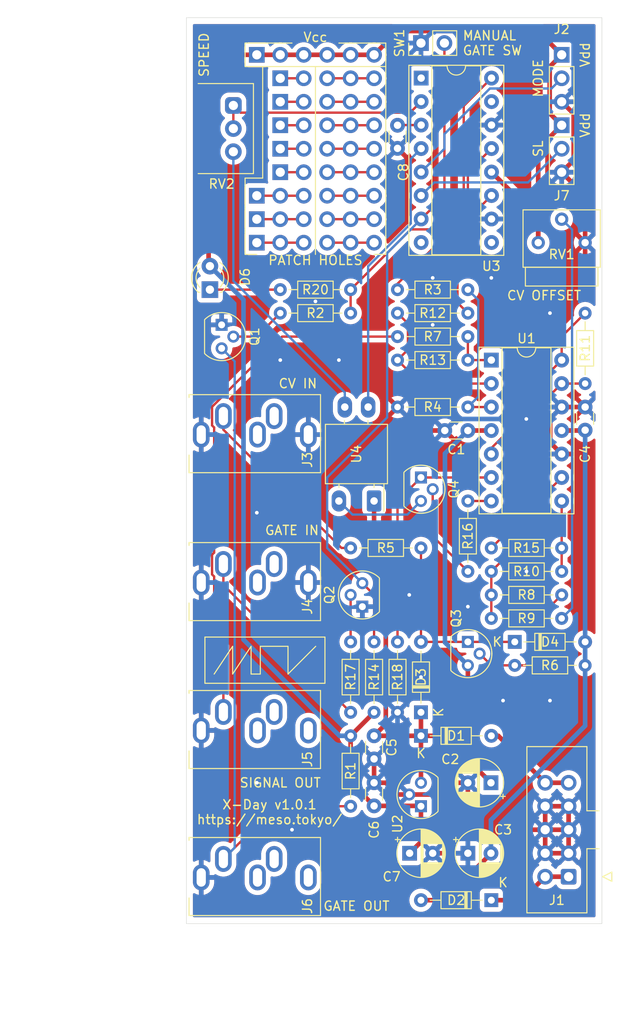
<source format=kicad_pcb>
(kicad_pcb (version 20211014) (generator pcbnew)
  (layers (0 "F.Cu" signal) (31 "B.Cu" signal) (34 "B.Paste" user) (35 "F.Paste" user) (36 "B.SilkS" user "B.Silkscreen") (37 "F.SilkS" user "F.Silkscreen") (38 "B.Mask" user) (39 "F.Mask" user) (44 "Edge.Cuts" user))
  (net 0 "")
  (net 1 "GND")
  (net 2 "+12V")
  (net 3 "-12V")
  (net 4 "+5V")
  (net 5 "Net-(C8-Pad1)")
  (net 6 "+12V_IN")
  (net 7 "-12V_IN")
  (net 8 "Net-(D3-Pad2)")
  (net 9 "Net-(D6-Pad1)")
  (net 10 "SL")
  (net 11 "MODE")
  (net 12 "CV_IN")
  (net 13 "SIGNAL_OUT")
  (net 14 "GATE_IN")
  (net 15 "GATE_OUT")
  (net 16 "Net-(Q1-Pad2)")
  (net 17 "TRIG")
  (net 18 "Net-(Q2-Pad2)")
  (net 19 "LED")
  (net 20 "OUT1")
  (net 21 "Net-(R3-Pad1)")
  (net 22 "CV")
  (net 23 "Net-(R13-Pad1)")
  (net 24 "OSC1")
  (net 25 "Net-(R9-Pad2)")
  (net 26 "Net-(R10-Pad2)")
  (net 27 "Net-(R10-Pad1)")
  (net 28 "Net-(R11-Pad2)")
  (net 29 "Net-(R11-Pad1)")
  (net 30 "OUT2")
  (net 31 "Net-(R12-Pad1)")
  (net 32 "OSC2")
  (net 33 "Net-(Q4-Pad1)")
  (net 34 "Net-(Q4-Pad3)")
  (net 35 "Net-(Q4-Pad2)")
  (net 36 "Net-(R16-Pad2)")
  (net 46 "Net-(J8-Pad4)")
  (net 52 "Net-(J8-Pad1)")
  (net 53 "Net-(J9-Pad1)")
  (net 54 "Net-(J10-Pad1)")
  (net 55 "Net-(J11-Pad1)")
  (net 56 "Net-(J13-Pad1)")
  (net 57 "Net-(J14-Pad1)")
  (net 58 "Net-(J15-Pad1)")
  (net 59 "Net-(J9-Pad4)")
  (net 60 "Net-(J11-Pad4)")
  (net 61 "Net-(J14-Pad4)")
  (net 62 "Net-(J15-Pad4)")
  (net 63 "Net-(RV2-Pad3)")
  (net 64 "Net-(J12-Pad5)")
  (net 65 "Net-(J10-Pad3)")
  (net 66 "Net-(J12-Pad1)")
  (net 67 "Net-(J13-Pad3)")
  (footprint "Capacitor_THT:C_Disc_D3.0mm_W1.6mm_P2.50mm" (layer "F.Cu") (at 157.48 73.66 180)
    (fp_text reference "C1")
    (fp_text value "0.1u")
  )
  (footprint "Capacitor_THT:CP_Radial_D5.0mm_P2.50mm" (layer "F.Cu") (at 157.48 119.38)
    (fp_text reference "C3")
    (fp_text value "10u")
  )
  (footprint "Capacitor_THT:C_Disc_D3.0mm_W1.6mm_P2.50mm" (layer "F.Cu") (at 170.18 73.62 90)
    (fp_text reference "C4")
    (fp_text value "0.1u")
  )
  (footprint "Capacitor_THT:C_Disc_D3.0mm_W1.6mm_P2.50mm" (layer "F.Cu") (at 147.32 109.18 90)
    (fp_text reference "C5")
    (fp_text value "0.33u")
  )
  (footprint "Capacitor_THT:CP_Radial_D5.0mm_P2.50mm" (layer "F.Cu") (at 151.17 119.38)
    (fp_text reference "C7")
    (fp_text value "10u")
  )
  (footprint "Capacitor_THT:C_Disc_D3.0mm_W1.6mm_P2.50mm" (layer "F.Cu") (at 149.86 40.64 -90)
    (fp_text reference "C8")
    (fp_text value "2.2u")
  )
  (footprint "Diode_THT:D_DO-34_SOD68_P7.62mm_Horizontal" (layer "F.Cu") (at 152.4 106.68)
    (fp_text reference "D1")
    (fp_text value "D_Schottky")
  )
  (footprint "Diode_THT:D_DO-34_SOD68_P7.62mm_Horizontal" (layer "F.Cu") (at 160.02 124.46 180)
    (fp_text reference "D2")
    (fp_text value "D_Schottky")
  )
  (footprint "Diode_THT:D_DO-34_SOD68_P7.62mm_Horizontal" (layer "F.Cu") (at 152.4 104.14 90)
    (fp_text reference "D3")
    (fp_text value "D_Schottky")
  )
  (footprint "LED_THT:LED_D3.0mm" (layer "F.Cu") (at 129.54 58.42 90)
    (fp_text reference "D6")
    (fp_text value "LED")
  )
  (footprint "Connector_IDC:IDC-Header_2x05_P2.54mm_Vertical" (layer "F.Cu") (at 168.3925 121.92 180)
    (fp_text reference "J1")
    (fp_text value "Conn_02x05_Odd_Even")
  )
  (footprint "Package_TO_SOT_THT:TO-92" (layer "F.Cu") (at 146.05 92.71 90)
    (fp_text reference "Q2")
    (fp_text value "2N7000")
  )
  (footprint "Resistor_THT:R_Axial_DIN0204_L3.6mm_D1.6mm_P7.62mm_Horizontal" (layer "F.Cu") (at 144.78 114.3 90)
    (fp_text reference "R1")
    (fp_text value "1k")
  )
  (footprint "Resistor_THT:R_Axial_DIN0204_L3.6mm_D1.6mm_P7.62mm_Horizontal" (layer "F.Cu") (at 137.16 60.96)
    (fp_text reference "R2")
    (fp_text value "1k")
  )
  (footprint "Resistor_THT:R_Axial_DIN0204_L3.6mm_D1.6mm_P7.62mm_Horizontal" (layer "F.Cu") (at 157.48 58.42 180)
    (fp_text reference "R3")
    (fp_text value "1k")
  )
  (footprint "Resistor_THT:R_Axial_DIN0204_L3.6mm_D1.6mm_P7.62mm_Horizontal" (layer "F.Cu") (at 149.86 71.12)
    (fp_text reference "R4")
    (fp_text value "2k")
  )
  (footprint "Resistor_THT:R_Axial_DIN0204_L3.6mm_D1.6mm_P7.62mm_Horizontal" (layer "F.Cu") (at 152.4 86.36 180)
    (fp_text reference "R5")
    (fp_text value "1k")
  )
  (footprint "Resistor_THT:R_Axial_DIN0204_L3.6mm_D1.6mm_P7.62mm_Horizontal" (layer "F.Cu") (at 167.64 88.9 180)
    (fp_text reference "R10")
    (fp_text value "10k")
  )
  (footprint "Resistor_THT:R_Axial_DIN0204_L3.6mm_D1.6mm_P7.62mm_Horizontal" (layer "F.Cu") (at 170.18 60.96 -90)
    (fp_text reference "R11")
    (fp_text value "1k")
  )
  (footprint "Resistor_THT:R_Axial_DIN0204_L3.6mm_D1.6mm_P7.62mm_Horizontal" (layer "F.Cu") (at 157.48 66.04 180)
    (fp_text reference "R13")
    (fp_text value "2k")
  )
  (footprint "Resistor_THT:R_Axial_DIN0204_L3.6mm_D1.6mm_P7.62mm_Horizontal" (layer "F.Cu") (at 147.32 96.52 -90)
    (fp_text reference "R14")
    (fp_text value "100k")
  )
  (footprint "Resistor_THT:R_Axial_DIN0204_L3.6mm_D1.6mm_P7.62mm_Horizontal" (layer "F.Cu") (at 137.16 58.42)
    (fp_text reference "R20")
    (fp_text value "4.7k")
  )
  (footprint "Connector_PinHeader_2.54mm:PinHeader_1x02_P2.54mm_Vertical" (layer "F.Cu") (at 152.4 31.75 90)
    (fp_text reference "SW1")
    (fp_text value "SW_Push")
  )
  (footprint "Package_DIP:DIP-16_W7.62mm_Socket" (layer "F.Cu") (at 152.42 35.54)
    (fp_text reference "U3")
    (fp_text value "HK326")
  )
  (footprint "OptoDevice:Luna_NSL-32" (layer "F.Cu") (at 147.32 81.28 90)
    (fp_text reference "U4")
    (fp_text value "NSL-32")
  )
  (footprint "Capacitor_THT:CP_Radial_D5.0mm_P2.50mm" (layer "F.Cu") (at 159.98 111.76 180)
    (fp_text reference "C2")
    (fp_text value "10u")
  )
  (footprint "Capacitor_THT:C_Disc_D3.0mm_W1.6mm_P2.50mm" (layer "F.Cu") (at 147.32 111.76 -90)
    (fp_text reference "C6")
    (fp_text value "0.1u")
  )
  (footprint "Package_TO_SOT_THT:TO-92" (layer "F.Cu") (at 152.4 114.3 90)
    (fp_text reference "U2")
    (fp_text value "L78L05_TO92")
  )
  (footprint "Potentiometer_THT:Potentiometer_Bourns_3339S_Horizontal" (layer "F.Cu") (at 170.18 53.34 -90)
    (fp_text reference "RV1")
    (fp_text value "10k")
  )
  (footprint "Package_TO_SOT_THT:TO-92" (layer "F.Cu") (at 130.81 62.23 -90)
    (fp_text reference "Q1")
    (fp_text value "2N7000")
  )
  (footprint "Resistor_THT:R_Axial_DIN0204_L3.6mm_D1.6mm_P7.62mm_Horizontal" (layer "F.Cu") (at 144.78 96.52 -90)
    (fp_text reference "R17")
    (fp_text value "1k")
  )
  (footprint "Resistor_THT:R_Axial_DIN0204_L3.6mm_D1.6mm_P7.62mm_Horizontal" (layer "F.Cu") (at 149.86 60.96)
    (fp_text reference "R12")
    (fp_text value "1k")
  )
  (footprint "Resistor_THT:R_Axial_DIN0204_L3.6mm_D1.6mm_P7.62mm_Horizontal" (layer "F.Cu") (at 149.86 63.5)
    (fp_text reference "R7")
    (fp_text value "1k")
  )
  (footprint "Connector_PinSocket_2.54mm:PinSocket_1x03_P2.54mm_Vertical" (layer "F.Cu") (at 167.64 33.02)
    (fp_text reference "J2")
    (fp_text value "Conn_01x03")
  )
  (footprint "Connector_PinSocket_2.54mm:PinSocket_1x03_P2.54mm_Vertical" (layer "F.Cu") (at 167.64 40.64)
    (fp_text reference "J7")
    (fp_text value "Conn_01x03")
  )
  (footprint "Resistor_THT:R_Axial_DIN0204_L3.6mm_D1.6mm_P7.62mm_Horizontal" (layer "F.Cu") (at 160.02 91.44)
    (fp_text reference "R8")
    (fp_text value "33k")
  )
  (footprint "Resistor_THT:R_Axial_DIN0204_L3.6mm_D1.6mm_P7.62mm_Horizontal" (layer "F.Cu") (at 157.48 88.9 90)
    (fp_text reference "R16")
    (fp_text value "1k")
  )
  (footprint "Resistor_THT:R_Axial_DIN0204_L3.6mm_D1.6mm_P7.62mm_Horizontal" (layer "F.Cu") (at 149.86 104.14 90)
    (fp_text reference "R18")
    (fp_text value "100k")
  )
  (footprint "Potentiometer_THT:Potentiometer_Alps_RK097_Single_Horizontal" (layer "F.Cu") (at 132.08 38.5)
    (fp_text reference "RV2")
    (fp_text value "100k")
  )
  (footprint "Resistor_THT:R_Axial_DIN0204_L3.6mm_D1.6mm_P7.62mm_Horizontal" (layer "F.Cu") (at 160.02 86.36)
    (fp_text reference "R15")
    (fp_text value "1k")
  )
  (footprint "Package_TO_SOT_THT:TO-92" (layer "F.Cu") (at 157.48 96.52 -90)
    (fp_text reference "Q3")
    (fp_text value "Q_NJFET_GSD")
  )
  (footprint "Diode_THT:D_DO-34_SOD68_P7.62mm_Horizontal" (layer "F.Cu") (at 162.56 96.52)
    (fp_text reference "D4")
    (fp_text value "D_Schottky")
  )
  (footprint "Resistor_THT:R_Axial_DIN0204_L3.6mm_D1.6mm_P7.62mm_Horizontal" (layer "F.Cu") (at 170.18 99.06 180)
    (fp_text reference "R6")
    (fp_text value "10k")
  )
  (footprint "Package_TO_SOT_THT:TO-92" (layer "F.Cu") (at 152.4 78.74 -90)
    (fp_text reference "Q4")
    (fp_text value "2N3904")
  )
  (footprint "Resistor_THT:R_Axial_DIN0204_L3.6mm_D1.6mm_P7.62mm_Horizontal" (layer "F.Cu") (at 160.02 93.98)
    (fp_text reference "R9")
    (fp_text value "10k")
  )
  (footprint "Package_DIP:DIP-14_W7.62mm_Socket" (layer "F.Cu") (at 160.02 66.04)
    (fp_text reference "U1")
    (fp_text value "TL074")
  )
  (footprint "Connector_PinHeader_2.54mm:PinHeader_1x06_P2.54mm_Vertical" (layer "F.Cu") (at 134.62 48.26 90)
    (fp_text reference "J15" hide)
    (fp_text value "Conn_01x06")
  )
  (footprint "Connector_PinHeader_2.54mm:PinHeader_1x06_P2.54mm_Vertical" (layer "F.Cu") (at 134.62 33.02 90)
    (fp_text reference "J16" hide)
    (fp_text value "Conn_01x06")
  )
  (footprint "Connector_PinHeader_2.54mm:PinHeader_1x05_P2.54mm_Vertical" (layer "F.Cu") (at 137.16 43.18 90)
    (fp_text reference "J12" hide)
    (fp_text value "Conn_01x05")
  )
  (footprint "Connector_PinHeader_2.54mm:PinHeader_1x05_P2.54mm_Vertical" (layer "F.Cu") (at 137.16 38.1 90)
    (fp_text reference "J9" hide)
    (fp_text value "Conn_01x05")
  )
  (footprint "Connector_PinHeader_2.54mm:PinHeader_1x06_P2.54mm_Vertical" (layer "F.Cu") (at 134.62 53.34 90)
    (fp_text reference "J8" hide)
    (fp_text value "Conn_01x06")
  )
  (footprint "Connector_Audio:Jack_3.5mm_CUI_SJ1-3535NG_Horizontal" (layer "F.Cu") (at 128.6 90.1 90)
    (fp_text reference "J4")
    (fp_text value "GATE_IN")
  )
  (footprint "Connector_PinHeader_2.54mm:PinHeader_1x06_P2.54mm_Vertical" (layer "F.Cu") (at 134.62 50.8 90)
    (fp_text reference "J14" hide)
    (fp_text value "Conn_01x06")
  )
  (footprint "Connector_Audio:Jack_3.5mm_CUI_SJ1-3535NG_Horizontal" (layer "F.Cu") (at 128.6 106.1 90)
    (fp_text reference "J5")
    (fp_text value "SIG_OUT")
  )
  (footprint "Connector_Audio:Jack_3.5mm_CUI_SJ1-3535NG_Horizontal" (layer "F.Cu") (at 128.6 122 90)
    (fp_text reference "J6")
    (fp_text value "GATE_OUT")
  )
  (footprint "Connector_Audio:Jack_3.5mm_CUI_SJ1-3535NG_Horizontal" (layer "F.Cu") (at 128.6 74.1 90)
    (fp_text reference "J3")
    (fp_text value "CV_IN")
  )
  (footprint "Connector_PinHeader_2.54mm:PinHeader_1x05_P2.54mm_Vertical" (layer "F.Cu") (at 137.16 45.72 90)
    (fp_text reference "J11" hide)
    (fp_text value "Conn_01x05")
  )
  (footprint "Connector_PinHeader_2.54mm:PinHeader_1x05_P2.54mm_Vertical" (layer "F.Cu") (at 137.16 35.56 90)
    (fp_text reference "J10" hide)
    (fp_text value "Conn_01x05")
  )
  (footprint "Connector_PinHeader_2.54mm:PinHeader_1x05_P2.54mm_Vertical" (layer "F.Cu") (at 137.16 40.64 90)
    (fp_text reference "J13" hide)
    (fp_text value "Conn_01x05")
  )
  (gr_line (start 133.35 54.61) (end 133.35 46.355) (layer "F.SilkS") (width 0.12))
  (gr_line (start 135 97) (end 138 97) (layer "F.SilkS") (width 0.12))
  (gr_line (start 148.59 34.29) (end 148.59 54.61) (layer "F.SilkS") (width 0.12))
  (gr_line (start 148.59 54.61) (end 147.32 54.61) (layer "F.SilkS") (width 0.12))
  (gr_line (start 138 100) (end 141 97) (layer "F.SilkS") (width 0.12))
  (gr_line (start 140.97 34.29) (end 140.97 54.61) (layer "F.SilkS") (width 0.12))
  (gr_line (start 132 100) (end 134 97) (layer "F.SilkS") (width 0.12))
  (gr_line (start 142 101) (end 142 96) (layer "F.SilkS") (width 0.12))
  (gr_line (start 134 97) (end 134 100) (layer "F.SilkS") (width 0.12))
  (gr_line (start 135 100) (end 135 97) (layer "F.SilkS") (width 0.12))
  (gr_line (start 148.59 31.75) (end 143.51 31.75) (layer "F.SilkS") (width 0.12))
  (gr_line (start 130 100) (end 132 97) (layer "F.SilkS") (width 0.12))
  (gr_line (start 135.255 35.56) (end 135.255 34.29) (layer "F.SilkS") (width 0.12))
  (gr_line (start 129 96) (end 129 101) (layer "F.SilkS") (width 0.12))
  (gr_line (start 129 101) (end 142 101) (layer "F.SilkS") (width 0.12))
  (gr_line (start 132 97) (end 132 100) (layer "F.SilkS") (width 0.12))
  (gr_line (start 142 96) (end 129 96) (layer "F.SilkS") (width 0.12))
  (gr_line (start 133.35 46.355) (end 135.255 46.355) (layer "F.SilkS") (width 0.12))
  (gr_line (start 133.35 31.75) (end 138.43 31.75) (layer "F.SilkS") (width 0.12))
  (gr_line (start 133.35 34.29) (end 133.35 31.75) (layer "F.SilkS") (width 0.12))
  (gr_line (start 134 100) (end 135 100) (layer "F.SilkS") (width 0.12))
  (gr_line (start 134.62 54.61) (end 133.35 54.61) (layer "F.SilkS") (width 0.12))
  (gr_line (start 148.59 34.29) (end 148.59 31.75) (layer "F.SilkS") (width 0.12))
  (gr_line (start 135.255 46.355) (end 135.255 35.56) (layer "F.SilkS") (width 0.12))
  (gr_line (start 138 97) (end 138 100) (layer "F.SilkS") (width 0.12))
  (gr_line (start 148.59 34.29) (end 133.35 34.29) (layer "F.SilkS") (width 0.12))
  (gr_rect (start 127 127) (end 172 29) (layer "Edge.Cuts") (width 0.05) (fill none))
  (gr_text "Vdd" (at 170.18 40.64 90) (layer "F.SilkS") (effects (font (size 1 1))))
  (gr_text "Vdd" (at 170.18 33.02 90) (layer "F.SilkS") (effects (font (size 1 1))))
  (gr_text "MANUAL\nGATE SW" (at 156.845 31.75) (layer "F.SilkS") (effects (font (size 1 1)) (justify left)))
  (gr_text "SIGNAL OUT" (at 137.16 111.76) (layer "F.SilkS") (effects (font (size 1 1))))
  (gr_text "GATE IN" (at 138.43 84.455) (layer "F.SilkS") (effects (font (size 1 1))))
  (gr_text "MODE" (at 165.1 35.56 90) (layer "F.SilkS") (effects (font (size 1 1))))
  (gr_text "SPEED" (at 128.905 33.02 90) (layer "F.SilkS") (effects (font (size 1 1))))
  (gr_text "Vcc" (at 140.97 31.115) (layer "F.SilkS") (effects (font (size 1 1))))
  (gr_text "PATCH HOLES" (at 140.97 55.245) (layer "F.SilkS") (effects (font (size 1 1))))
  (gr_text "GATE OUT" (at 145.415 125.095) (layer "F.SilkS") (effects (font (size 1 1))))
  (gr_text "X-Day v1.0.1\nhttps://meso.tokyo/" (at 136 114.935) (layer "F.SilkS") (effects (font (size 1 1))))
  (gr_text "CV IN" (at 139.065 68.58) (layer "F.SilkS") (effects (font (size 1 1))))
  (gr_text "SL" (at 165.1 43.18 90) (layer "F.SilkS") (effects (font (size 1 1))))
  (gr_text "CV OFFSET" (at 165.735 59.055) (layer "F.SilkS") (effects (font (size 1 1))))
  (segment (start 157.48 116.84) (end 157.48 119.38) (width 0.5) (layer "F.Cu") (net 1))
  (segment (start 166.390489 74.950489) (end 166.390489 72.369511) (width 0.5) (layer "F.Cu") (net 1))
  (segment (start 166.37 60.96) (end 170.18 57.15) (width 0.5) (layer "F.Cu") (net 1))
  (segment (start 154.98 73.66) (end 152.4 73.66) (width 0.5) (layer "F.Cu") (net 1))
  (segment (start 148.59 111.76) (end 147.32 111.76) (width 0.5) (layer "F.Cu") (net 1))
  (segment (start 149.86 71.12) (end 146.88 74.1) (width 0.5) (layer "F.Cu") (net 1))
  (segment (start 168.3925 114.3) (end 165.8525 114.3) (width 0.5) (layer "F.Cu") (net 1))
  (segment (start 146.88 74.1) (end 139.8 74.1) (width 0.5) (layer "F.Cu") (net 1))
  (segment (start 153.67 119.38) (end 157.48 119.38) (width 0.5) (layer "F.Cu") (net 1))
  (segment (start 165.8525 116.84) (end 157.48 116.84) (width 0.5) (layer "F.Cu") (net 1))
  (segment (start 170.18 71.12) (end 167.64 71.12) (width 0.5) (layer "F.Cu") (net 1))
  (segment (start 165.8525 119.38) (end 165.8525 114.3) (width 0.5) (layer "F.Cu") (net 1))
  (segment (start 157.48 111.76) (end 157.48 116.84) (width 0.5) (layer "F.Cu") (net 1))
  (segment (start 166.390489 72.369511) (end 167.64 71.12) (width 0.5) (layer "F.Cu") (net 1))
  (segment (start 152.4 73.66) (end 149.86 71.12) (width 0.5) (layer "F.Cu") (net 1))
  (segment (start 149.86 113.03) (end 148.59 111.76) (width 0.5) (layer "F.Cu") (net 1))
  (segment (start 153.67 113.03) (end 154.94 111.76) (width 0.5) (layer "F.Cu") (net 1))
  (segment (start 167.64 38.1) (end 168.94 39.4) (width 0.5) (layer "F.Cu") (net 1))
  (segment (start 168.3925 114.3) (end 168.3925 119.38) (width 0.5) (layer "F.Cu") (net 1))
  (segment (start 167.64 76.2) (end 166.390489 74.950489) (width 0.5) (layer "F.Cu") (net 1))
  (segment (start 170.18 57.15) (end 170.18 53.34) (width 0.5) (layer "F.Cu") (net 1))
  (segment (start 170.18 48.26) (end 167.64 45.72) (width 0.5) (layer "F.Cu") (net 1))
  (segment (start 170.18 53.34) (end 170.18 48.26) (width 0.5) (layer "F.Cu") (net 1))
  (segment (start 165.8525 116.84) (end 168.3925 116.84) (width 0.5) (layer "F.Cu") (net 1))
  (segment (start 168.3925 119.38) (end 165.8525 119.38) (width 0.5) (layer "F.Cu") (net 1))
  (segment (start 154.94 111.76) (end 157.48 111.76) (width 0.5) (layer "F.Cu") (net 1))
  (segment (start 151.13 113.03) (end 149.86 113.03) (width 0.5) (layer "F.Cu") (net 1))
  (segment (start 147.32 109.18) (end 147.32 111.76) (width 0.5) (layer "F.Cu") (net 1))
  (segment (start 168.94 44.42) (end 167.64 45.72) (width 0.5) (layer "F.Cu") (net 1))
  (segment (start 151.13 113.03) (end 153.67 113.03) (width 0.5) (layer "F.Cu") (net 1))
  (segment (start 168.94 39.4) (end 168.94 44.42) (width 0.5) (layer "F.Cu") (net 1))
  (via (at 151.13 91.44) (size 0.8) (drill 0.4) (layers "F.Cu" "B.Cu") (net 1))
  (via (at 160.02 57.15) (size 0.8) (drill 0.4) (layers "F.Cu" "B.Cu") (net 1))
  (via (at 143.51 66.04) (size 0.8) (drill 0.4) (layers "F.Cu" "B.Cu") (net 1))
  (via (at 137.16 66.04) (size 0.8) (drill 0.4) (layers "F.Cu" "B.Cu") (net 1))
  (via (at 166.37 102.87) (size 0.8) (drill 0.4) (layers "F.Cu" "B.Cu") (net 1))
  (via (at 153.67 57.15) (size 0.8) (drill 0.4) (layers "F.Cu" "B.Cu") (net 1))
  (via (at 152.4 100.33) (size 0.8) (drill 0.4) (layers "F.Cu" "B.Cu") (net 1))
  (via (at 134.62 111.76) (size 0.8) (drill 0.4) (layers "F.Cu" "B.Cu") (net 1))
  (via (at 163.809511 72.410489) (size 0.8) (drill 0.4) (layers "F.Cu" "B.Cu") (net 1))
  (via (at 140.97 59.69) (size 0.8) (drill 0.4) (layers "F.Cu" "B.Cu") (net 1))
  (via (at 138.43 116.84) (size 0.8) (drill 0.4) (layers "F.Cu" "B.Cu") (net 1))
  (via (at 134.62 82.55) (size 0.8) (drill 0.4) (layers "F.Cu" "B.Cu") (net 1))
  (via (at 153.67 62.23) (size 0.8) (drill 0.4) (layers "F.Cu" "B.Cu") (net 1))
  (via (at 157.48 92.71) (size 0.8) (drill 0.4) (layers "F.Cu" "B.Cu") (net 1))
  (via (at 166.37 60.96) (size 0.8) (drill 0.4) (layers "F.Cu" "B.Cu") (net 1))
  (via (at 163.83 88.9) (size 0.8) (drill 0.4) (layers "F.Cu" "B.Cu") (net 1))
  (via (at 161.29 102.87) (size 0.8) (drill 0.4) (layers "F.Cu" "B.Cu") (net 1))
  (segment (start 151.11 41.89) (end 149.86 43.14) (width 0.5) (layer "B.Cu") (net 1))
  (segment (start 151.11 33.04) (end 151.11 41.89) (width 0.5) (layer "B.Cu") (net 1))
  (segment (start 167.64 38.1) (end 162.56 38.1) (width 0.5) (layer "B.Cu") (net 1))
  (segment (start 146.05 100.33) (end 146.05 92.71) (width 0.5) (layer "B.Cu") (net 1))
  (segment (start 167.64 71.12) (end 166.37 69.85) (width 0.5) (layer "B.Cu") (net 1))
  (segment (start 162.56 38.1) (end 160.04 40.62) (width 0.5) (layer "B.Cu") (net 1))
  (segment (start 149.86 106.64) (end 147.32 109.18) (width 0.5) (layer "B.Cu") (net 1))
  (segment (start 149.86 104.14) (end 149.86 106.64) (width 0.5) (layer "B.Cu") (net 1))
  (segment (start 160.04 50.78) (end 162.58 50.78) (width 0.5) (layer "B.Cu") (net 1))
  (segment (start 156.229511 72.410489) (end 154.98 73.66) (width 0.5) (layer "B.Cu") (net 1))
  (segment (start 152.4 31.75) (end 151.11 33.04) (width 0.5) (layer "B.Cu") (net 1))
  (segment (start 149.86 104.14) (end 146.05 100.33) (width 0.5) (layer "B.Cu") (net 1))
  (segment (start 153.7 30.45) (end 152.4 31.75) (width 0.5) (layer "B.Cu") (net 1))
  (segment (start 167.67 30.45) (end 153.7 30.45) (width 0.5) (layer "B.Cu") (net 1))
  (segment (start 167.64 38.1) (end 168.94 36.8) (width 0.5) (layer "B.Cu") (net 1))
  (segment (start 167.64 71.12) (end 166.349511 72.410489) (width 0.5) (layer "B.Cu") (net 1))
  (segment (start 166.349511 72.410489) (end 163.809511 72.410489) (width 0.5) (layer "B.Cu") (net 1))
  (segment (start 168.94 36.8) (end 168.94 31.72) (width 0.5) (layer "B.Cu") (net 1))
  (segment (start 168.94 31.72) (end 167.67 30.45) (width 0.5) (layer "B.Cu") (net 1))
  (segment (start 162.58 50.78) (end 167.64 45.72) (width 0.5) (layer "B.Cu") (net 1))
  (segment (start 163.809511 72.410489) (end 156.229511 72.410489) (width 0.5) (layer "B.Cu") (net 1))
  (segment (start 166.37 69.85) (end 166.37 60.96) (width 0.5) (layer "B.Cu") (net 1))
  (segment (start 152.4 104.14) (end 152.4 106.68) (width 0.5) (layer "F.Cu") (net 2))
  (segment (start 152.4 106.68) (end 154.9 106.68) (width 0.5) (layer "F.Cu") (net 2))
  (segment (start 147.32 83.82) (end 148.59 85.09) (width 0.5) (layer "F.Cu") (net 2))
  (segment (start 152.4 106.68) (end 147.32 106.68) (width 0.5) (layer "F.Cu") (net 2))
  (segment (start 160.02 73.66) (end 157.48 73.66) (width 0.5) (layer "F.Cu") (net 2))
  (segment (start 152.4 106.68) (end 152.4 111.76) (width 0.5) (layer "F.Cu") (net 2))
  (segment (start 157.48 104.1) (end 154.9 106.68) (width 0.5) (layer "F.Cu") (net 2))
  (segment (start 147.32 81.28) (end 147.32 83.82) (width 0.5) (layer "F.Cu") (net 2))
  (segment (start 148.59 105.41) (end 147.32 106.68) (width 0.5) (layer "F.Cu") (net 2))
  (segment (start 157.48 99.06) (end 157.48 104.1) (width 0.5) (layer "F.Cu") (net 2))
  (segment (start 154.9 106.68) (end 159.98 111.76) (width 0.5) (layer "F.Cu") (net 2))
  (segment (start 148.59 85.09) (end 148.59 105.41) (width 0.5) (layer "F.Cu") (net 2))
  (segment (start 155 76.14) (end 157.48 73.66) (width 0.5) (layer "B.Cu") (net 2))
  (segment (start 157.48 99.06) (end 155 96.58) (width 0.5) (layer "B.Cu") (net 2))
  (segment (start 155 86.3) (end 155 76.14) (width 0.5) (layer "B.Cu") (net 2))
  (segment (start 155 96.58) (end 155 86.3) (width 0.5) (layer "B.Cu") (net 2))
  (segment (start 152.4 124.46) (end 154.94 124.46) (width 0.5) (layer "F.Cu") (net 3))
  (segment (start 160.02 119.38) (end 159.98 119.38) (width 0.5) (layer "F.Cu") (net 3))
  (segment (start 167.64 73.66) (end 170.18 73.66) (width 0.5) (layer "F.Cu") (net 3))
  (segment (start 154.94 124.46) (end 160.02 119.38) (width 0.5) (layer "F.Cu") (net 3))
  (segment (start 159.98 115.794713) (end 170.18 105.594713) (width 0.5) (layer "B.Cu") (net 3))
  (segment (start 159.98 119.38) (end 159.98 115.794713) (width 0.5) (layer "B.Cu") (net 3))
  (segment (start 170.18 73.7) (end 170.18 99.06) (width 0.5) (layer "B.Cu") (net 3))
  (segment (start 170.18 105.594713) (end 170.18 99.06) (width 0.5) (layer "B.Cu") (net 3))
  (segment (start 165.1 50.76) (end 165.1 53.34) (width 0.5) (layer "F.Cu") (net 4))
  (segment (start 167.64 33.02) (end 165.07 30.45) (width 0.5) (layer "F.Cu") (net 4))
  (segment (start 147.32 114.26) (end 152.36 114.26) (width 0.5) (layer "F.Cu") (net 4))
  (segment (start 167.64 40.64) (end 165.1 43.18) (width 0.5) (layer "F.Cu") (net 4))
  (segment (start 152.4 118.15) (end 151.17 119.38) (width 0.5) (layer "F.Cu") (net 4))
  (segment (start 165.07 30.45) (end 149.89 30.45) (width 0.5) (layer "F.Cu") (net 4))
  (segment (start 144.78 111.72) (end 147.32 114.26) (width 0.5) (layer "F.Cu") (net 4))
  (segment (start 166.340489 39.340489) (end 167.64 40.64) (width 0.5) (layer "F.Cu") (net 4))
  (segment (start 164.485 50.145) (end 165.1 50.76) (width 0.5) (layer "F.Cu") (net 4))
  (segment (start 165.1 49.53) (end 165.1 53.34) (width 0.5) (layer "F.Cu") (net 4))
  (segment (start 160.04 45.7) (end 164.485 50.145) (width 0.5) (layer "F.Cu") (net 4))
  (segment (start 165.1 49.53) (end 164.485 50.145) (width 0.5) (layer "F.Cu") (net 4))
  (segment (start 129.54 55.88) (end 129.400489 55.740489) (width 0.5) (layer "F.Cu") (net 4))
  (segment (start 167.64 33.02) (end 166.340489 34.319511) (width 0.5) (layer "F.Cu") (net 4))
  (segment (start 152.4 114.3) (end 152.4 118.15) (width 0.5) (layer "F.Cu") (net 4))
  (segment (start 147.32 104.14) (end 144.78 106.68) (width 0.5) (layer "F.Cu") (net 4))
  (segment (start 166.340489 34.319511) (end 166.340489 39.340489) (width 0.5) (layer "F.Cu") (net 4))
  (segment (start 132.08 33.02) (end 147.32 33.02) (width 0.5) (layer "F.Cu") (net 4))
  (segment (start 129.400489 55.740489) (end 129.400489 35.699511) (width 0.5) (layer "F.Cu") (net 4))
  (segment (start 129.400489 35.699511) (end 132.08 33.02) (width 0.5) (layer "F.Cu") (net 4))
  (segment (start 144.78 106.68) (end 144.78 111.72) (width 0.5) (layer "F.Cu") (net 4))
  (segment (start 165.1 43.18) (end 165.1 49.53) (width 0.5) (layer "F.Cu") (net 4))
  (segment (start 149.89 30.45) (end 147.32 33.02) (width 0.5) (layer "F.Cu") (net 4))
  (segment (start 152.36 114.26) (end 152.4 114.3) (width 0.5) (layer "F.Cu") (net 4))
  (segment (start 133.18 96.282082) (end 143.577918 106.68) (width 0.5) (layer "B.Cu") (net 4))
  (segment (start 133.18 59.52) (end 133.18 96.282082) (width 0.5) (layer "B.Cu") (net 4))
  (segment (start 143.577918 106.68) (end 144.78 106.68) (width 0.5) (layer "B.Cu") (net 4))
  (segment (start 129.54 55.88) (end 133.18 59.52) (width 0.5) (layer "B.Cu") (net 4))
  (segment (start 152.42 40.62) (end 149.88 40.62) (width 0.25) (layer "F.Cu") (net 5))
  (segment (start 149.88 40.62) (end 149.86 40.64) (width 0.25) (layer "F.Cu") (net 5))
  (segment (start 165.8525 111.76) (end 160.7725 106.68) (width 0.5) (layer "F.Cu") (net 6))
  (segment (start 165.8525 111.76) (end 168.3925 111.76) (width 0.5) (layer "F.Cu") (net 6))
  (segment (start 160.7725 106.68) (end 160.02 106.68) (width 0.5) (layer "F.Cu") (net 6))
  (segment (start 163.3125 124.46) (end 160.02 124.46) (width 0.5) (layer "F.Cu") (net 7))
  (segment (start 165.8525 121.92) (end 163.3125 124.46) (width 0.5) (layer "F.Cu") (net 7))
  (segment (start 168.3925 121.92) (end 165.8525 121.92) (width 0.5) (layer "F.Cu") (net 7))
  (segment (start 162.56 96.52) (end 157.48 96.52) (width 0.25) (layer "F.Cu") (net 8))
  (segment (start 157.48 96.52) (end 152.4 96.52) (width 0.25) (layer "F.Cu") (net 8))
  (segment (start 152.4 96.52) (end 152.4 86.36) (width 0.25) (layer "F.Cu") (net 8))
  (segment (start 137.16 58.42) (end 129.54 58.42) (width 0.25) (layer "F.Cu") (net 9))
  (segment (start 163.995489 46.824511) (end 153.835489 46.824511) (width 0.25) (layer "B.Cu") (net 10))
  (segment (start 152.42 48.24) (end 153.835489 46.824511) (width 0.25) (layer "B.Cu") (net 10))
  (segment (start 167.64 43.18) (end 163.995489 46.824511) (width 0.25) (layer "B.Cu") (net 10))
  (segment (start 166.535489 36.664511) (end 159.865189 36.664511) (width 0.25) (layer "B.Cu") (net 11))
  (segment (start 159.865189 36.664511) (end 154.94 41.5897) (width 0.25) (layer "B.Cu") (net 11))
  (segment (start 154.94 41.5897) (end 154.94 43.18) (width 0.25) (layer "B.Cu") (net 11))
  (segment (start 154.94 43.18) (end 152.42 45.7) (width 0.25) (layer "B.Cu") (net 11))
  (segment (start 167.64 35.56) (end 166.535489 36.664511) (width 0.25) (layer "B.Cu") (net 11))
  (segment (start 144.78 86.36) (end 143.790051 86.36) (width 0.25) (layer "F.Cu") (net 12))
  (segment (start 131 73.569949) (end 131 72.1) (width 0.25) (layer "F.Cu") (net 12))
  (segment (start 143.790051 86.36) (end 131 73.569949) (width 0.25) (layer "F.Cu") (net 12))
  (segment (start 130 89.45) (end 130 96) (width 0.25) (layer "F.Cu") (net 13))
  (segment (start 131 97) (end 131 104.1) (width 0.25) (layer "F.Cu") (net 13))
  (segment (start 129.775 71.092588) (end 129.775 73.107412) (width 0.25) (layer "F.Cu") (net 13))
  (segment (start 129.775 89.225) (end 130 89.45) (width 0.25) (layer "F.Cu") (net 13))
  (segment (start 130 86.867588) (end 129.775 87.092588) (width 0.25) (layer "F.Cu") (net 13))
  (segment (start 130 73.332412) (end 130 86.867588) (width 0.25) (layer "F.Cu") (net 13))
  (segment (start 137.367588 63.5) (end 129.775 71.092588) (width 0.25) (layer "F.Cu") (net 13))
  (segment (start 129.775 73.107412) (end 130 73.332412) (width 0.25) (layer "F.Cu") (net 13))
  (segment (start 129.775 87.092588) (end 129.775 89.225) (width 0.25) (layer "F.Cu") (net 13))
  (segment (start 130 96) (end 131 97) (width 0.25) (layer "F.Cu") (net 13))
  (segment (start 149.86 63.5) (end 137.367588 63.5) (width 0.25) (layer "F.Cu") (net 13))
  (segment (start 131 90.36) (end 131 88.1) (width 0.25) (layer "F.Cu") (net 14))
  (segment (start 144.78 104.14) (end 131 90.36) (width 0.25) (layer "F.Cu") (net 14))
  (segment (start 131 120) (end 136.7 114.3) (width 0.25) (layer "F.Cu") (net 15))
  (segment (start 136.7 114.3) (end 144.78 114.3) (width 0.25) (layer "F.Cu") (net 15))
  (segment (start 132.225 118.775) (end 131 120) (width 0.25) (layer "B.Cu") (net 15))
  (segment (start 132.225 66.185) (end 132.225 118.775) (width 0.25) (layer "B.Cu") (net 15))
  (segment (start 130.81 64.77) (end 132.225 66.185) (width 0.25) (layer "B.Cu") (net 15))
  (segment (start 134.62 63.5) (end 137.16 60.96) (width 0.25) (layer "F.Cu") (net 16))
  (segment (start 132.08 63.5) (end 134.62 63.5) (width 0.25) (layer "F.Cu") (net 16))
  (segment (start 147.32 96.52) (end 147.32 91.44) (width 0.25) (layer "F.Cu") (net 17))
  (segment (start 154.94 48.26) (end 154.94 31.025) (width 0.25) (layer "F.Cu") (net 17))
  (segment (start 147.32 91.44) (end 146.05 90.17) (width 0.25) (layer "F.Cu") (net 17))
  (segment (start 152.42 50.78) (end 154.94 48.26) (width 0.25) (layer "F.Cu") (net 17))
  (segment (start 146.05 90.17) (end 142.24 86.36) (width 0.25) (layer "B.Cu") (net 17))
  (segment (start 142.24 86.36) (end 142.24 78.74) (width 0.25) (layer "B.Cu") (net 17))
  (segment (start 142.24 78.74) (end 148.735489 72.244511) (width 0.25) (layer "B.Cu") (net 17))
  (segment (start 148.735489 72.244511) (end 148.735489 54.464511) (width 0.25) (layer "B.Cu") (net 17))
  (segment (start 148.735489 54.464511) (end 152.42 50.78) (width 0.25) (layer "B.Cu") (net 17))
  (segment (start 144.78 91.44) (end 144.78 96.52) (width 0.25) (layer "F.Cu") (net 18))
  (segment (start 153.385969 51.904511) (end 157.03048 48.26) (width 0.25) (layer "F.Cu") (net 19))
  (segment (start 144.78 60.96) (end 144.78 58.42) (width 0.25) (layer "F.Cu") (net 19))
  (segment (start 157.03048 38.54952) (end 160.04 35.54) (width 0.25) (layer "F.Cu") (net 19))
  (segment (start 157.03048 48.26) (end 157.03048 38.54952) (width 0.25) (layer "F.Cu") (net 19))
  (segment (start 144.78 58.42) (end 151.295489 51.904511) (width 0.25) (layer "F.Cu") (net 19))
  (segment (start 151.295489 51.904511) (end 153.385969 51.904511) (width 0.25) (layer "F.Cu") (net 19))
  (segment (start 149.86 58.42) (end 149.86 57.784282) (width 0.25) (layer "F.Cu") (net 20))
  (segment (start 157.48 45.72) (end 160.04 43.16) (width 0.25) (layer "F.Cu") (net 20))
  (segment (start 157.48 50.164282) (end 157.48 45.72) (width 0.25) (layer "F.Cu") (net 20))
  (segment (start 149.86 57.784282) (end 157.48 50.164282) (width 0.25) (layer "F.Cu") (net 20))
  (segment (start 160.02 71.12) (end 157.48 71.12) (width 0.25) (layer "F.Cu") (net 21))
  (segment (start 157.48 71.12) (end 158.604511 69.995489) (width 0.25) (layer "B.Cu") (net 21))
  (segment (start 158.604511 59.544511) (end 157.48 58.42) (width 0.25) (layer "B.Cu") (net 21))
  (segment (start 158.604511 69.995489) (end 158.604511 59.544511) (width 0.25) (layer "B.Cu") (net 21))
  (segment (start 162.56 99.06) (end 160.02 99.06) (width 0.25) (layer "F.Cu") (net 22))
  (segment (start 163.69137 99.06) (end 165.1 97.65137) (width 0.25) (layer "F.Cu") (net 22))
  (segment (start 162.56 99.06) (end 163.69137 99.06) (width 0.25) (layer "F.Cu") (net 22))
  (segment (start 165.1 97.65137) (end 165.1 93.98) (width 0.25) (layer "F.Cu") (net 22))
  (segment (start 165.1 93.98) (end 167.64 91.44) (width 0.25) (layer "F.Cu") (net 22))
  (segment (start 160.02 99.06) (end 158.75 97.79) (width 0.25) (layer "F.Cu") (net 22))
  (segment (start 160.02 66.04) (end 157.48 66.04) (width 0.25) (layer "F.Cu") (net 23))
  (segment (start 157.48 63.5) (end 157.48 66.04) (width 0.25) (layer "F.Cu") (net 23))
  (segment (start 151.295489 44.284511) (end 152.42 43.16) (width 0.25) (layer "B.Cu") (net 24))
  (segment (start 146.68 55.884283) (end 151.295489 51.268794) (width 0.25) (layer "B.Cu") (net 24))
  (segment (start 146.68 71.12) (end 146.68 55.884283) (width 0.25) (layer "B.Cu") (net 24))
  (segment (start 151.295489 51.268794) (end 151.295489 44.284511) (width 0.25) (layer "B.Cu") (net 24))
  (segment (start 167.64 93.98) (end 168.764511 92.855489) (width 0.25) (layer "B.Cu") (net 25))
  (segment (start 168.764511 92.855489) (end 168.764511 51.924511) (width 0.25) (layer "B.Cu") (net 25))
  (segment (start 168.764511 51.924511) (end 167.64 50.8) (width 0.25) (layer "B.Cu") (net 25))
  (segment (start 165.1 81.28) (end 167.64 78.74) (width 0.25) (layer "F.Cu") (net 26))
  (segment (start 165.1 83.82) (end 165.1 81.28) (width 0.25) (layer "F.Cu") (net 26))
  (segment (start 160.02 88.9) (end 165.1 83.82) (width 0.25) (layer "F.Cu") (net 26))
  (segment (start 160.02 93.98) (end 160.02 88.9) (width 0.25) (layer "F.Cu") (net 26))
  (segment (start 167.64 88.9) (end 167.64 81.28) (width 0.25) (layer "F.Cu") (net 27))
  (segment (start 165.1 71.12) (end 165.1 78.74) (width 0.25) (layer "F.Cu") (net 28))
  (segment (start 165.1 78.74) (end 162.56 81.28) (width 0.25) (layer "F.Cu") (net 28))
  (segment (start 167.64 68.58) (end 170.18 68.58) (width 0.25) (layer "F.Cu") (net 28))
  (segment (start 162.56 81.28) (end 162.56 83.82) (width 0.25) (layer "F.Cu") (net 28))
  (segment (start 167.64 68.58) (end 165.1 71.12) (width 0.25) (layer "F.Cu") (net 28))
  (segment (start 162.56 83.82) (end 160.02 86.36) (width 0.25) (layer "F.Cu") (net 28))
  (segment (start 162.56 73.024282) (end 162.56 71.12) (width 0.25) (layer "F.Cu") (net 29))
  (segment (start 160.02 75.564282) (end 162.56 73.024282) (width 0.25) (layer "F.Cu") (net 29))
  (segment (start 160.02 76.2) (end 160.02 75.564282) (width 0.25) (layer "F.Cu") (net 29))
  (segment (start 167.64 66.04) (end 167.64 63.5) (width 0.25) (layer "F.Cu") (net 29))
  (segment (start 162.56 71.12) (end 167.64 66.04) (width 0.25) (layer "F.Cu") (net 29))
  (segment (start 167.64 63.5) (end 170.18 60.96) (width 0.25) (layer "F.Cu") (net 29))
  (segment (start 156.355489 59.835489) (end 157.48 60.96) (width 0.25) (layer "F.Cu") (net 30))
  (segment (start 156.355489 51.924511) (end 156.355489 59.835489) (width 0.25) (layer "F.Cu") (net 30))
  (segment (start 160.04 48.24) (end 156.355489 51.924511) (width 0.25) (layer "F.Cu") (net 30))
  (segment (start 149.86 66.04) (end 150.984511 64.915489) (width 0.25) (layer "F.Cu") (net 31))
  (segment (start 152.4 68.58) (end 149.86 66.04) (width 0.25) (layer "F.Cu") (net 31))
  (segment (start 160.02 68.58) (end 152.4 68.58) (width 0.25) (layer "F.Cu") (net 31))
  (segment (start 150.984511 64.915489) (end 150.984511 62.084511) (width 0.25) (layer "F.Cu") (net 31))
  (segment (start 150.984511 62.084511) (end 149.86 60.96) (width 0.25) (layer "F.Cu") (net 31))
  (segment (start 132.08 38.5) (end 132.855 39.275) (width 0.25) (layer "F.Cu") (net 32))
  (segment (start 132.08 38.5) (end 132.08 41) (width 0.25) (layer "F.Cu") (net 32))
  (segment (start 151.225 39.275) (end 152.42 38.08) (width 0.25) (layer "F.Cu") (net 32))
  (segment (start 132.855 39.275) (end 151.225 39.275) (width 0.25) (layer "F.Cu") (net 32))
  (segment (start 160.02 78.74) (end 152.4 78.74) (width 0.25) (layer "F.Cu") (net 33))
  (segment (start 152.4 78.74) (end 149.86 81.28) (width 0.25) (layer "F.Cu") (net 33))
  (segment (start 149.86 81.28) (end 149.86 96.52) (width 0.25) (layer "F.Cu") (net 33))
  (segment (start 144.97952 82.74952) (end 150.93048 82.74952) (width 0.25) (layer "B.Cu") (net 34))
  (segment (start 143.51 81.28) (end 144.97952 82.74952) (width 0.25) (layer "B.Cu") (net 34))
  (segment (start 150.93048 82.74952) (end 152.4 81.28) (width 0.25) (layer "B.Cu") (net 34))
  (segment (start 153.67 80.01) (end 153.67 85.09) (width 0.25) (layer "F.Cu") (net 35))
  (segment (start 153.67 85.09) (end 157.48 88.9) (width 0.25) (layer "F.Cu") (net 35))
  (segment (start 160.02 81.28) (end 157.48 81.28) (width 0.25) (layer "F.Cu") (net 36))
  (segment (start 142.24 53.34) (end 147.32 53.34) (width 0.25) (layer "F.Cu") (net 46))
  (segment (start 139.7 53.34) (end 134.62 53.34) (width 0.25) (layer "F.Cu") (net 52))
  (segment (start 137.16 38.1) (end 139.7 38.1) (width 0.25) (layer "F.Cu") (net 53))
  (segment (start 139.7 35.56) (end 137.16 35.56) (width 0.25) (layer "F.Cu") (net 54))
  (segment (start 139.7 45.72) (end 137.16 45.72) (width 0.25) (layer "F.Cu") (net 55))
  (segment (start 137.16 40.64) (end 139.7 40.64) (width 0.25) (layer "F.Cu") (net 56))
  (segment (start 134.62 50.8) (end 139.7 50.8) (width 0.25) (layer "F.Cu") (net 57))
  (segment (start 139.7 48.26) (end 134.62 48.26) (width 0.25) (layer "F.Cu") (net 58))
  (segment (start 142.24 38.1) (end 147.32 38.1) (width 0.25) (layer "F.Cu") (net 59))
  (segment (start 147.32 45.72) (end 142.24 45.72) (width 0.25) (layer "F.Cu") (net 60))
  (segment (start 147.32 50.8) (end 142.24 50.8) (width 0.25) (layer "F.Cu") (net 61))
  (segment (start 142.24 48.26) (end 147.32 48.26) (width 0.25) (layer "F.Cu") (net 62))
  (segment (start 132.08 57.4703) (end 144.15 69.5403) (width 0.25) (layer "B.Cu") (net 63))
  (segment (start 144.15 69.5403) (end 144.15 71.12) (width 0.25) (layer "B.Cu") (net 63))
  (segment (start 132.08 57.4703) (end 132.08 43.5) (width 0.25) (layer "B.Cu") (net 63))
  (segment (start 142.24 43.18) (end 147.32 43.18) (width 0.25) (layer "F.Cu") (net 64))
  (segment (start 147.32 35.56) (end 142.24 35.56) (width 0.25) (layer "F.Cu") (net 65))
  (segment (start 139.7 43.18) (end 137.16 43.18) (width 0.25) (layer "F.Cu") (net 66))
  (segment (start 147.32 40.64) (end 142.24 40.64) (width 0.25) (layer "F.Cu") (net 67))
  (zone (net 1) (net_name "GND") (layer "F.Cu") (connect_pads (clearance 0.508)) (min_thickness 0.254) (fill yes (thermal_gap 0.508) (thermal_bridge_width 0.508))
    (polygon (pts (xy 172 127) (xy 127 127) (xy 127 29) (xy 172 29)))
  )
  (zone (net 1) (net_name "GND") (layer "B.Cu") (connect_pads (clearance 0.508)) (min_thickness 0.254) (fill yes (thermal_gap 0.508) (thermal_bridge_width 0.508))
    (polygon (pts (xy 172 127) (xy 127 127) (xy 127 29) (xy 172 29)))
  )
)
</source>
